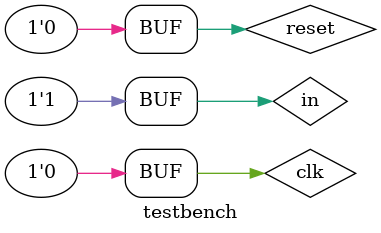
<source format=v>
module testbench;
	reg clk;
	reg reset; 
	reg in; //basys
	wire [31:0] WriteData;
	wire [31:0] DataAdr;
	wire MemWrite;
	wire [31:0] PC; //basys
	wire [3:0] enable; //basys
	wire [27:0] out;
	
	top dut(
		.clk(clk),
		.reset(reset),
		.WriteData(WriteData),
		.DataAdr(DataAdr),
		.MemWrite(MemWrite),
		.PC(PC),
		.in(in),
		.enable(enable),
		.out(out)
	);
	
	
 
 
 
 
	
	initial begin
	    
	    in <= 1;
	    
		reset <= 1;
		#(22)
			;
		reset <= 0;
	end
	always begin
		clk <= 1;
		#(5)
			;
		clk <= 0;
		#(5)
			;
	end
endmodule
</source>
